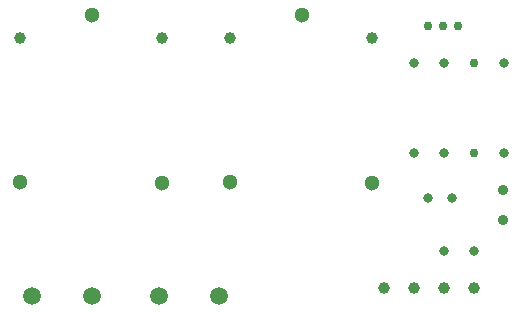
<source format=gbr>
%TF.GenerationSoftware,KiCad,Pcbnew,6.0.10-86aedd382b~118~ubuntu20.04.1*%
%TF.CreationDate,2023-01-04T14:31:15+02:00*%
%TF.ProjectId,PSU controller,50535520-636f-46e7-9472-6f6c6c65722e,rev?*%
%TF.SameCoordinates,Original*%
%TF.FileFunction,Plated,1,2,PTH,Drill*%
%TF.FilePolarity,Positive*%
%FSLAX46Y46*%
G04 Gerber Fmt 4.6, Leading zero omitted, Abs format (unit mm)*
G04 Created by KiCad (PCBNEW 6.0.10-86aedd382b~118~ubuntu20.04.1) date 2023-01-04 14:31:15*
%MOMM*%
%LPD*%
G01*
G04 APERTURE LIST*
%TA.AperFunction,ComponentDrill*%
%ADD10C,0.750000*%
%TD*%
%TA.AperFunction,ComponentDrill*%
%ADD11C,0.800000*%
%TD*%
%TA.AperFunction,ComponentDrill*%
%ADD12C,0.900000*%
%TD*%
%TA.AperFunction,ComponentDrill*%
%ADD13C,1.000000*%
%TD*%
%TA.AperFunction,ComponentDrill*%
%ADD14C,1.300000*%
%TD*%
%TA.AperFunction,ComponentDrill*%
%ADD15C,1.520000*%
%TD*%
G04 APERTURE END LIST*
D10*
%TO.C,Q1*%
X163085424Y-114300000D03*
X164355424Y-114300000D03*
X165625424Y-114300000D03*
%TO.C,D1*%
X167005000Y-117480000D03*
X167005000Y-125100000D03*
D11*
%TO.C,R1*%
X161925000Y-117475000D03*
X161925000Y-125095000D03*
%TO.C,CP1*%
X163100000Y-128905000D03*
%TO.C,R2*%
X164465000Y-117475000D03*
X164465000Y-125095000D03*
%TO.C,C1*%
X164485000Y-133350000D03*
%TO.C,CP1*%
X165100000Y-128905000D03*
%TO.C,C1*%
X166985000Y-133350000D03*
%TO.C,R3*%
X169545000Y-117475000D03*
X169545000Y-125095000D03*
D12*
%TO.C,LED1*%
X169418000Y-128241000D03*
X169418000Y-130781000D03*
D13*
%TO.C,Relay2*%
X128570000Y-115370000D03*
X140570000Y-115370000D03*
%TO.C,Relay1*%
X146350000Y-115370000D03*
X158350000Y-115370000D03*
%TO.C,CircuitPowerControl1*%
X159375000Y-136550000D03*
X161915000Y-136550000D03*
X164455000Y-136550000D03*
X166995000Y-136550000D03*
D14*
%TO.C,Relay2*%
X128570000Y-127570000D03*
X134620000Y-113420000D03*
X140620000Y-127620000D03*
%TO.C,Relay1*%
X146350000Y-127570000D03*
X152400000Y-113420000D03*
X158400000Y-127620000D03*
D15*
%TO.C,AC_out1*%
X129540000Y-137160000D03*
X134620000Y-137160000D03*
%TO.C,AC_in1*%
X140335000Y-137160000D03*
X145415000Y-137160000D03*
M02*

</source>
